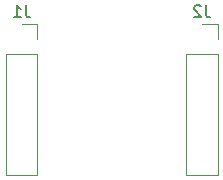
<source format=gbr>
%TF.GenerationSoftware,KiCad,Pcbnew,(6.0.4)*%
%TF.CreationDate,2022-04-28T22:28:36-04:00*%
%TF.ProjectId,capacitor_daughterboard,63617061-6369-4746-9f72-5f6461756768,0*%
%TF.SameCoordinates,Original*%
%TF.FileFunction,Legend,Bot*%
%TF.FilePolarity,Positive*%
%FSLAX46Y46*%
G04 Gerber Fmt 4.6, Leading zero omitted, Abs format (unit mm)*
G04 Created by KiCad (PCBNEW (6.0.4)) date 2022-04-28 22:28:36*
%MOMM*%
%LPD*%
G01*
G04 APERTURE LIST*
%ADD10C,0.150000*%
%ADD11C,0.120000*%
G04 APERTURE END LIST*
D10*
%TO.C,J2*%
X148333333Y-73122380D02*
X148333333Y-73836666D01*
X148380952Y-73979523D01*
X148476190Y-74074761D01*
X148619047Y-74122380D01*
X148714285Y-74122380D01*
X147904761Y-73217619D02*
X147857142Y-73170000D01*
X147761904Y-73122380D01*
X147523809Y-73122380D01*
X147428571Y-73170000D01*
X147380952Y-73217619D01*
X147333333Y-73312857D01*
X147333333Y-73408095D01*
X147380952Y-73550952D01*
X147952380Y-74122380D01*
X147333333Y-74122380D01*
%TO.C,J1*%
X133083333Y-73122380D02*
X133083333Y-73836666D01*
X133130952Y-73979523D01*
X133226190Y-74074761D01*
X133369047Y-74122380D01*
X133464285Y-74122380D01*
X132083333Y-74122380D02*
X132654761Y-74122380D01*
X132369047Y-74122380D02*
X132369047Y-73122380D01*
X132464285Y-73265238D01*
X132559523Y-73360476D01*
X132654761Y-73408095D01*
D11*
%TO.C,J2*%
X149330000Y-74670000D02*
X148000000Y-74670000D01*
X146670000Y-77270000D02*
X146670000Y-87490000D01*
X149330000Y-76000000D02*
X149330000Y-74670000D01*
X149330000Y-77270000D02*
X149330000Y-87490000D01*
X149330000Y-87490000D02*
X146670000Y-87490000D01*
X149330000Y-77270000D02*
X146670000Y-77270000D01*
%TO.C,J1*%
X134080000Y-77270000D02*
X134080000Y-87490000D01*
X134080000Y-74670000D02*
X132750000Y-74670000D01*
X134080000Y-77270000D02*
X131420000Y-77270000D01*
X134080000Y-76000000D02*
X134080000Y-74670000D01*
X134080000Y-87490000D02*
X131420000Y-87490000D01*
X131420000Y-77270000D02*
X131420000Y-87490000D01*
%TD*%
M02*

</source>
